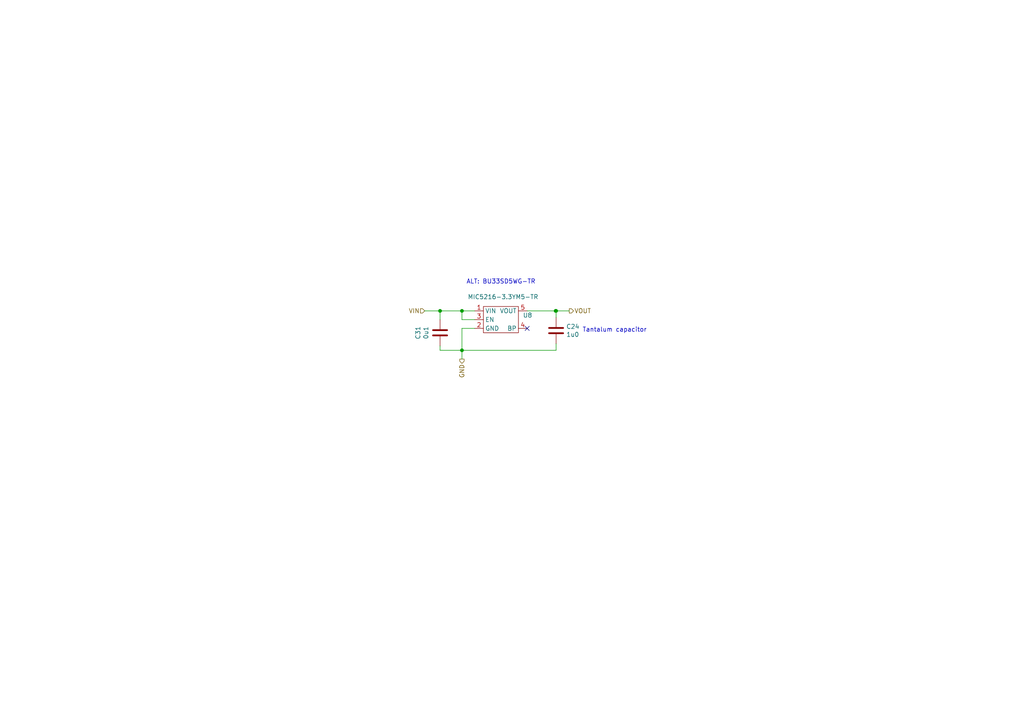
<source format=kicad_sch>
(kicad_sch (version 20211123) (generator eeschema)

  (uuid 8d65c9ab-d01f-47b9-9a50-b30639aa215d)

  (paper "A4")

  (title_block
    (title "CDH_ECU")
    (date "2022-03-06")
    (rev "1.2.3")
    (company "Daniel Edwards")
    (comment 1 "Chinese Diesel Heater - modern ECU replacement")
  )

  (lib_symbols
    (symbol "Device:C" (pin_numbers hide) (pin_names (offset 0.254)) (in_bom yes) (on_board yes)
      (property "Reference" "C" (id 0) (at 0.635 2.54 0)
        (effects (font (size 1.27 1.27)) (justify left))
      )
      (property "Value" "C" (id 1) (at 0.635 -2.54 0)
        (effects (font (size 1.27 1.27)) (justify left))
      )
      (property "Footprint" "" (id 2) (at 0.9652 -3.81 0)
        (effects (font (size 1.27 1.27)) hide)
      )
      (property "Datasheet" "~" (id 3) (at 0 0 0)
        (effects (font (size 1.27 1.27)) hide)
      )
      (property "ki_keywords" "cap capacitor" (id 4) (at 0 0 0)
        (effects (font (size 1.27 1.27)) hide)
      )
      (property "ki_description" "Unpolarized capacitor" (id 5) (at 0 0 0)
        (effects (font (size 1.27 1.27)) hide)
      )
      (property "ki_fp_filters" "C_*" (id 6) (at 0 0 0)
        (effects (font (size 1.27 1.27)) hide)
      )
      (symbol "C_0_1"
        (polyline
          (pts
            (xy -2.032 -0.762)
            (xy 2.032 -0.762)
          )
          (stroke (width 0.508) (type default) (color 0 0 0 0))
          (fill (type none))
        )
        (polyline
          (pts
            (xy -2.032 0.762)
            (xy 2.032 0.762)
          )
          (stroke (width 0.508) (type default) (color 0 0 0 0))
          (fill (type none))
        )
      )
      (symbol "C_1_1"
        (pin passive line (at 0 3.81 270) (length 2.794)
          (name "~" (effects (font (size 1.27 1.27))))
          (number "1" (effects (font (size 1.27 1.27))))
        )
        (pin passive line (at 0 -3.81 90) (length 2.794)
          (name "~" (effects (font (size 1.27 1.27))))
          (number "2" (effects (font (size 1.27 1.27))))
        )
      )
    )
    (symbol "Regulator_Linear:MIC5216-3.3YM5-TR" (in_bom yes) (on_board yes)
      (property "Reference" "U?" (id 0) (at 6.35 -1.2699 0)
        (effects (font (size 1.27 1.27)) (justify left))
      )
      (property "Value" "MIC5216-3.3YM5-TR" (id 1) (at 6.35 -3.8099 0)
        (effects (font (size 1.27 1.27)) (justify left))
      )
      (property "Footprint" "Package_TO_SOT_SMD:SOT-23-5" (id 2) (at 0 0 0)
        (effects (font (size 1.27 1.27)) hide)
      )
      (property "Datasheet" "https://www.mouser.fi/datasheet/2/268/mic5216-1082365.pdf" (id 3) (at 0 0 0)
        (effects (font (size 1.27 1.27)) hide)
      )
      (symbol "MIC5216-3.3YM5-TR_0_1"
        (rectangle (start -5.08 1.27) (end 5.08 -6.35)
          (stroke (width 0) (type default) (color 0 0 0 0))
          (fill (type none))
        )
      )
      (symbol "MIC5216-3.3YM5-TR_1_1"
        (pin input line (at -7.62 0 0) (length 2.54)
          (name "VIN" (effects (font (size 1.27 1.27))))
          (number "1" (effects (font (size 1.27 1.27))))
        )
        (pin input line (at -7.62 -5.08 0) (length 2.54)
          (name "GND" (effects (font (size 1.27 1.27))))
          (number "2" (effects (font (size 1.27 1.27))))
        )
        (pin input line (at -7.62 -2.54 0) (length 2.54)
          (name "EN" (effects (font (size 1.27 1.27))))
          (number "3" (effects (font (size 1.27 1.27))))
        )
        (pin input line (at 7.62 -5.08 180) (length 2.54)
          (name "BP" (effects (font (size 1.27 1.27))))
          (number "4" (effects (font (size 1.27 1.27))))
        )
        (pin input line (at 7.62 0 180) (length 2.54)
          (name "VOUT" (effects (font (size 1.27 1.27))))
          (number "5" (effects (font (size 1.27 1.27))))
        )
      )
    )
  )

  (junction (at 133.985 90.17) (diameter 0) (color 0 0 0 0)
    (uuid 67894a53-2697-44d6-a924-0b16f8f9b5d1)
  )
  (junction (at 161.29 90.17) (diameter 0) (color 0 0 0 0)
    (uuid 987ea4b5-154b-46b8-b4f5-e010c2fd9f25)
  )
  (junction (at 133.985 101.6) (diameter 0) (color 0 0 0 0)
    (uuid a08d6ccd-5c70-4c04-997c-422ac0b0ddc5)
  )
  (junction (at 161.163 90.17) (diameter 0) (color 0 0 0 0)
    (uuid d6db9581-8673-41ca-8701-414cf235855b)
  )
  (junction (at 127.635 90.17) (diameter 0) (color 0 0 0 0)
    (uuid eb6c03e8-a517-4ab2-97bb-517a7e0f18fd)
  )

  (no_connect (at 152.908 95.25) (uuid d5164f2c-c1ff-478a-84ca-e0e19a8383e3))

  (wire (pts (xy 161.29 92.075) (xy 161.29 90.17))
    (stroke (width 0) (type default) (color 0 0 0 0))
    (uuid 1179fcef-b789-419d-805a-9269491c49a2)
  )
  (wire (pts (xy 133.985 92.71) (xy 133.985 90.17))
    (stroke (width 0) (type default) (color 0 0 0 0))
    (uuid 274e836b-0510-4421-ab14-fa3055c43933)
  )
  (wire (pts (xy 161.163 90.17) (xy 161.29 90.17))
    (stroke (width 0) (type default) (color 0 0 0 0))
    (uuid 3809427f-b179-444a-867e-201b12cce7eb)
  )
  (wire (pts (xy 161.29 99.695) (xy 161.29 101.6))
    (stroke (width 0) (type default) (color 0 0 0 0))
    (uuid 4764b54d-a83f-4167-82fd-ae5537ac64b4)
  )
  (wire (pts (xy 127.635 90.17) (xy 123.19 90.17))
    (stroke (width 0) (type default) (color 0 0 0 0))
    (uuid 48ff9443-03f8-4923-8755-ae3fdf274fcf)
  )
  (wire (pts (xy 133.985 90.17) (xy 127.635 90.17))
    (stroke (width 0) (type default) (color 0 0 0 0))
    (uuid 4ca564c1-4efe-4166-bd69-61faa988a3c3)
  )
  (wire (pts (xy 133.985 95.25) (xy 137.668 95.25))
    (stroke (width 0) (type default) (color 0 0 0 0))
    (uuid 6746727d-32b8-4d55-bb7e-f6f93f003c3d)
  )
  (wire (pts (xy 133.985 95.25) (xy 133.985 101.6))
    (stroke (width 0) (type default) (color 0 0 0 0))
    (uuid 7869b479-fc6b-4075-a288-44c403694073)
  )
  (wire (pts (xy 161.29 90.17) (xy 165.1 90.17))
    (stroke (width 0) (type default) (color 0 0 0 0))
    (uuid 805c94d1-7b34-4035-be42-c95bd40a903d)
  )
  (wire (pts (xy 161.29 101.6) (xy 133.985 101.6))
    (stroke (width 0) (type default) (color 0 0 0 0))
    (uuid 8e2edc01-1dcc-486d-9dfd-8cdb16d64b1c)
  )
  (wire (pts (xy 133.985 92.71) (xy 137.668 92.71))
    (stroke (width 0) (type default) (color 0 0 0 0))
    (uuid 9f92317d-89a9-4d1a-bed1-f7903b697d9f)
  )
  (wire (pts (xy 127.635 101.6) (xy 133.985 101.6))
    (stroke (width 0) (type default) (color 0 0 0 0))
    (uuid ae52c734-4230-4029-a072-8fcdd422bcfc)
  )
  (wire (pts (xy 152.908 90.17) (xy 161.163 90.17))
    (stroke (width 0) (type default) (color 0 0 0 0))
    (uuid b66a66f9-d9ef-45b0-9567-e730c3557aa4)
  )
  (wire (pts (xy 127.635 90.17) (xy 127.635 92.71))
    (stroke (width 0) (type default) (color 0 0 0 0))
    (uuid bd9d40ca-ad69-49d2-ba85-5dce73fba19e)
  )
  (wire (pts (xy 127.635 100.33) (xy 127.635 101.6))
    (stroke (width 0) (type default) (color 0 0 0 0))
    (uuid c10724cd-f9f8-4c74-a6c1-e78600aec986)
  )
  (wire (pts (xy 133.985 90.17) (xy 137.668 90.17))
    (stroke (width 0) (type default) (color 0 0 0 0))
    (uuid c23043a1-5dc2-4ab4-9d18-73a30bf93a52)
  )
  (wire (pts (xy 133.985 101.6) (xy 133.985 104.14))
    (stroke (width 0) (type default) (color 0 0 0 0))
    (uuid f14b0189-63ce-4f50-96d3-0b438dfd58ab)
  )

  (text "Tantalum capacitor" (at 168.91 96.52 0)
    (effects (font (size 1.27 1.27)) (justify left bottom))
    (uuid 0854e492-a3f6-456f-ab49-823c260656f5)
  )
  (text "ALT: BU33SD5WG-TR" (at 135.255 82.55 0)
    (effects (font (size 1.27 1.27)) (justify left bottom))
    (uuid 1c64558a-8b60-4836-8112-5462629c2211)
  )

  (hierarchical_label "VOUT" (shape output) (at 165.1 90.17 0)
    (effects (font (size 1.27 1.27)) (justify left))
    (uuid 84668cc0-3966-4a5a-8d19-7670ed4ec8fa)
  )
  (hierarchical_label "GND" (shape output) (at 133.985 104.14 270)
    (effects (font (size 1.27 1.27)) (justify right))
    (uuid b0c7b344-3173-40cb-9359-8ad026a458dc)
  )
  (hierarchical_label "VIN" (shape input) (at 123.19 90.17 180)
    (effects (font (size 1.27 1.27)) (justify right))
    (uuid d4435f7c-4da5-4a22-964d-f9bdb9680b09)
  )

  (symbol (lib_id "Regulator_Linear:MIC5216-3.3YM5-TR") (at 145.288 90.17 0) (unit 1)
    (in_bom yes) (on_board yes)
    (uuid 113b0cef-9cbc-4a8c-ae52-48ce26cb698a)
    (property "Reference" "U8" (id 0) (at 151.638 91.4399 0)
      (effects (font (size 1.27 1.27)) (justify left))
    )
    (property "Value" "MIC5216-3.3YM5-TR" (id 1) (at 135.636 86.106 0)
      (effects (font (size 1.27 1.27)) (justify left))
    )
    (property "Footprint" "Package_TO_SOT_SMD:SOT-23-5" (id 2) (at 145.288 90.17 0)
      (effects (font (size 1.27 1.27)) hide)
    )
    (property "Datasheet" "https://www.mouser.fi/datasheet/2/268/mic5216-1082365.pdf" (id 3) (at 145.288 90.17 0)
      (effects (font (size 1.27 1.27)) hide)
    )
    (pin "1" (uuid e7c81a02-f9df-4a8f-bd02-1319133e8428))
    (pin "2" (uuid e1df84b4-f581-4a58-9b14-df1219d66f34))
    (pin "3" (uuid adc3b6af-8773-4bb8-b62a-bb79fa862645))
    (pin "4" (uuid 639ce72e-e8da-41cb-96a0-042f756e7689))
    (pin "5" (uuid 9ec2850b-6d68-4cee-b5f9-45831a846fce))
  )

  (symbol (lib_id "Device:C") (at 161.29 95.885 0) (unit 1)
    (in_bom yes) (on_board yes)
    (uuid 7784002c-395f-4f3c-9e2a-048c3040d852)
    (property "Reference" "C24" (id 0) (at 164.211 94.7166 0)
      (effects (font (size 1.27 1.27)) (justify left))
    )
    (property "Value" "1u0" (id 1) (at 164.211 97.028 0)
      (effects (font (size 1.27 1.27)) (justify left))
    )
    (property "Footprint" "Capacitor_SMD:C_0805_2012Metric" (id 2) (at 162.2552 99.695 0)
      (effects (font (size 1.27 1.27)) hide)
    )
    (property "Datasheet" "~" (id 3) (at 161.29 95.885 0)
      (effects (font (size 1.27 1.27)) hide)
    )
    (pin "1" (uuid 21a292a5-2628-41b3-9011-57c450962b0d))
    (pin "2" (uuid 1ea810a2-5ce9-447f-8663-cb1c8900f344))
  )

  (symbol (lib_id "Device:C") (at 127.635 96.52 0) (unit 1)
    (in_bom yes) (on_board yes)
    (uuid 7dd0a544-f4be-4ea7-950e-ac1b1e2b3893)
    (property "Reference" "C31" (id 0) (at 121.2342 96.52 90))
    (property "Value" "0u1" (id 1) (at 123.5456 96.52 90))
    (property "Footprint" "Capacitor_SMD:C_0805_2012Metric" (id 2) (at 128.6002 100.33 0)
      (effects (font (size 1.27 1.27)) hide)
    )
    (property "Datasheet" "~" (id 3) (at 127.635 96.52 0)
      (effects (font (size 1.27 1.27)) hide)
    )
    (pin "1" (uuid d54cc6dc-2a44-434f-99e5-8da603432524))
    (pin "2" (uuid 5ab4410c-8114-498f-bc85-be85946b888b))
  )
)

</source>
